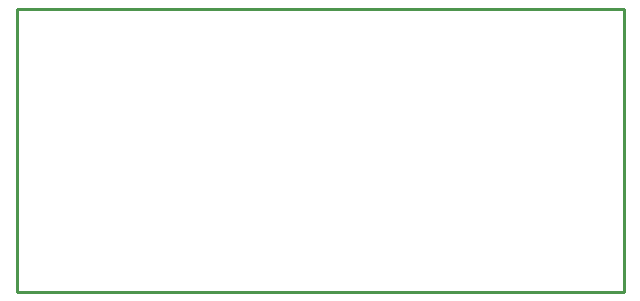
<source format=gko>
G04 Layer: BoardOutlineLayer*
G04 EasyEDA Pro v2.2.35.2, 2025-02-24 01:09:24*
G04 Gerber Generator version 0.3*
G04 Scale: 100 percent, Rotated: No, Reflected: No*
G04 Dimensions in millimeters*
G04 Leading zeros omitted, absolute positions, 4 integers and 5 decimals*
%FSLAX45Y45*%
%MOMM*%
%ADD10C,0.254*%
G75*


G04 PolygonModel Start*
G54D10*
G01X15140000Y10000000D02*
G01X10000000Y10000000D01*
G01X10000000Y12400000D01*
G01X15140000Y12400000D01*
G01X15140000Y10000000D01*

M02*


</source>
